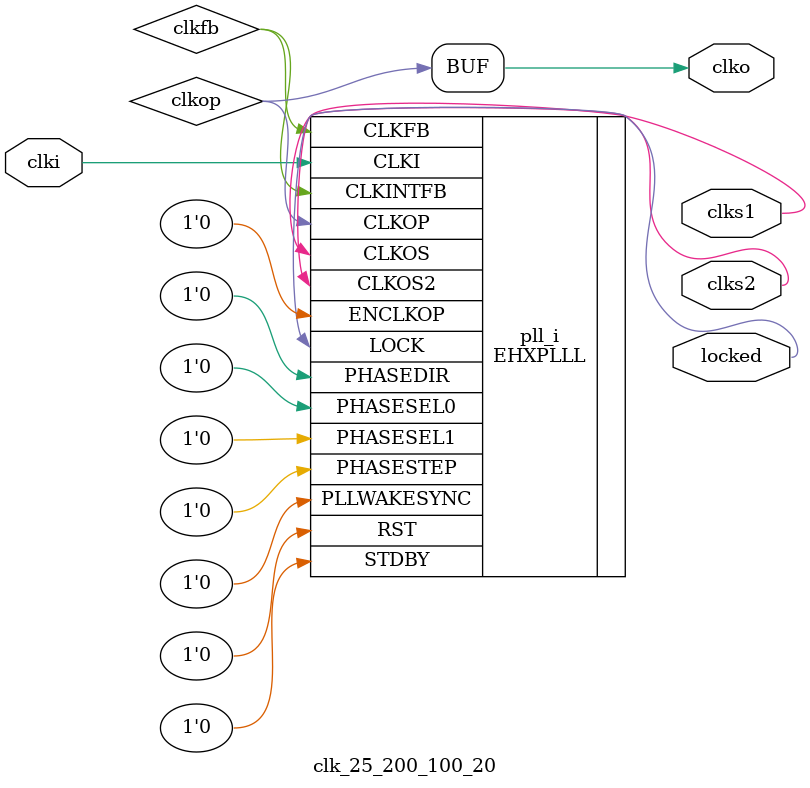
<source format=v>

module clk_25_200_100_20(
	input clki,
	output clks1,
	output clks2,
	output locked,
	output clko
);
	wire clkfb;
	wire clkos;
	wire clkop;
`ifdef VERILATOR
	assign clks1 = clki;
	assign clks2 = clki;
	assign clko = clki;
	assign locked = 1'b1;
`else
	(* ICP_CURRENT="12" *) (* LPF_RESISTOR="8" *) (* MFG_ENABLE_FILTEROPAMP="1" *) (* MFG_GMCREF_SEL="2" *)
	EHXPLLL #(
			.PLLRST_ENA("DISABLED"),
			.INTFB_WAKE("DISABLED"),
			.STDBY_ENABLE("DISABLED"),
			.DPHASE_SOURCE("DISABLED"),
			.CLKOP_FPHASE(0),
			.CLKOP_CPHASE(0),
			.OUTDIVIDER_MUXA("DIVA"),
			.CLKOP_ENABLE("ENABLED"),
			.CLKOP_DIV(2),
			.CLKOS_ENABLE("ENABLED"),
			.CLKOS_DIV(4),
			.CLKOS_CPHASE(0),
			.CLKOS_FPHASE(0),
			.CLKOS2_ENABLE("ENABLED"),
			.CLKOS2_DIV(20),
			.CLKOS2_CPHASE(0),
			.CLKOS2_FPHASE(0),
			.CLKFB_DIV(8),
			.CLKI_DIV(1),
			.FEEDBK_PATH("INT_OP")
		) pll_i (
			.CLKI(clki),
			.CLKFB(clkfb),
			.CLKINTFB(clkfb),
			.CLKOP(clkop),
			.CLKOS(clks1),
			.CLKOS2(clks2),
			.RST(1'b0),
			.STDBY(1'b0),
			.PHASESEL0(1'b0),
			.PHASESEL1(1'b0),
			.PHASEDIR(1'b0),
			.PHASESTEP(1'b0),
			.PLLWAKESYNC(1'b0),
			.ENCLKOP(1'b0),
			.LOCK(locked)
		);
`endif
	assign clko = clkop;
endmodule

</source>
